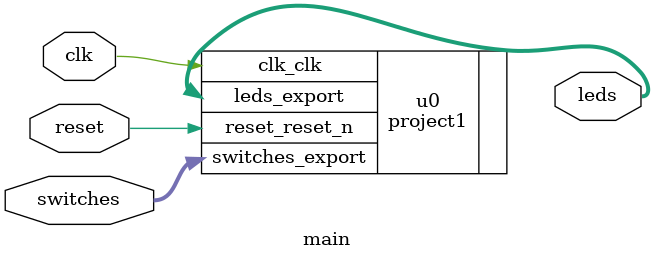
<source format=v>
module main(
	input  clk,
	input reset,
	input  [3:0]switches,
	output [3:0]leds
);

 project1 u0 (
	.clk_clk         (clk),         //      clk.clk
	.switches_export (switches), // switches.export
	.leds_export     (leds),      //     leds.export
	.reset_reset_n   (reset)     //reset_reset_n
);

endmodule
</source>
